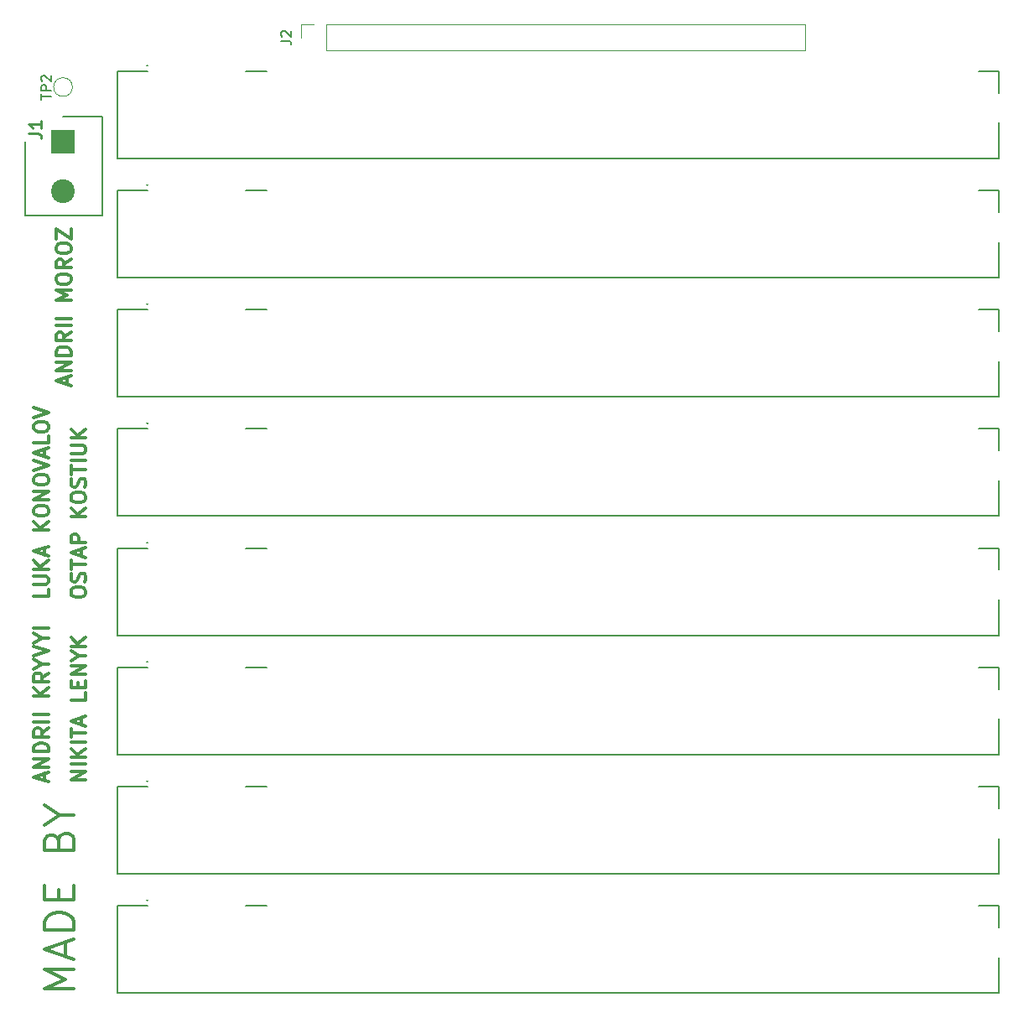
<source format=gbr>
%TF.GenerationSoftware,KiCad,Pcbnew,9.0.5*%
%TF.CreationDate,2025-11-19T18:22:51+02:00*%
%TF.ProjectId,backplane,6261636b-706c-4616-9e65-2e6b69636164,rev?*%
%TF.SameCoordinates,Original*%
%TF.FileFunction,Legend,Top*%
%TF.FilePolarity,Positive*%
%FSLAX46Y46*%
G04 Gerber Fmt 4.6, Leading zero omitted, Abs format (unit mm)*
G04 Created by KiCad (PCBNEW 9.0.5) date 2025-11-19 18:22:51*
%MOMM*%
%LPD*%
G01*
G04 APERTURE LIST*
%ADD10C,0.300000*%
%ADD11C,0.254000*%
%ADD12C,0.150000*%
%ADD13C,0.200000*%
%ADD14C,0.120000*%
%ADD15R,2.400000X2.400000*%
%ADD16C,2.400000*%
G04 APERTURE END LIST*
D10*
X73800828Y-102445489D02*
X72300828Y-102445489D01*
X72300828Y-102445489D02*
X73800828Y-101588346D01*
X73800828Y-101588346D02*
X72300828Y-101588346D01*
X73800828Y-100874060D02*
X72300828Y-100874060D01*
X73800828Y-100159774D02*
X72300828Y-100159774D01*
X73800828Y-99302631D02*
X72943685Y-99945488D01*
X72300828Y-99302631D02*
X73157971Y-100159774D01*
X73800828Y-98659774D02*
X72300828Y-98659774D01*
X72300828Y-98159773D02*
X72300828Y-97302631D01*
X73800828Y-97731202D02*
X72300828Y-97731202D01*
X73372257Y-96874059D02*
X73372257Y-96159774D01*
X73800828Y-97016916D02*
X72300828Y-96516916D01*
X72300828Y-96516916D02*
X73800828Y-96016916D01*
X73800828Y-93659774D02*
X73800828Y-94374060D01*
X73800828Y-94374060D02*
X72300828Y-94374060D01*
X73015114Y-93159774D02*
X73015114Y-92659774D01*
X73800828Y-92445488D02*
X73800828Y-93159774D01*
X73800828Y-93159774D02*
X72300828Y-93159774D01*
X72300828Y-93159774D02*
X72300828Y-92445488D01*
X73800828Y-91802631D02*
X72300828Y-91802631D01*
X72300828Y-91802631D02*
X73800828Y-90945488D01*
X73800828Y-90945488D02*
X72300828Y-90945488D01*
X73086542Y-89945487D02*
X73800828Y-89945487D01*
X72300828Y-90445487D02*
X73086542Y-89945487D01*
X73086542Y-89945487D02*
X72300828Y-89445487D01*
X73800828Y-88945488D02*
X72300828Y-88945488D01*
X73800828Y-88088345D02*
X72943685Y-88731202D01*
X72300828Y-88088345D02*
X73157971Y-88945488D01*
X71872257Y-62516917D02*
X71872257Y-61802632D01*
X72300828Y-62659774D02*
X70800828Y-62159774D01*
X70800828Y-62159774D02*
X72300828Y-61659774D01*
X72300828Y-61159775D02*
X70800828Y-61159775D01*
X70800828Y-61159775D02*
X72300828Y-60302632D01*
X72300828Y-60302632D02*
X70800828Y-60302632D01*
X72300828Y-59588346D02*
X70800828Y-59588346D01*
X70800828Y-59588346D02*
X70800828Y-59231203D01*
X70800828Y-59231203D02*
X70872257Y-59016917D01*
X70872257Y-59016917D02*
X71015114Y-58874060D01*
X71015114Y-58874060D02*
X71157971Y-58802631D01*
X71157971Y-58802631D02*
X71443685Y-58731203D01*
X71443685Y-58731203D02*
X71657971Y-58731203D01*
X71657971Y-58731203D02*
X71943685Y-58802631D01*
X71943685Y-58802631D02*
X72086542Y-58874060D01*
X72086542Y-58874060D02*
X72229400Y-59016917D01*
X72229400Y-59016917D02*
X72300828Y-59231203D01*
X72300828Y-59231203D02*
X72300828Y-59588346D01*
X72300828Y-57231203D02*
X71586542Y-57731203D01*
X72300828Y-58088346D02*
X70800828Y-58088346D01*
X70800828Y-58088346D02*
X70800828Y-57516917D01*
X70800828Y-57516917D02*
X70872257Y-57374060D01*
X70872257Y-57374060D02*
X70943685Y-57302631D01*
X70943685Y-57302631D02*
X71086542Y-57231203D01*
X71086542Y-57231203D02*
X71300828Y-57231203D01*
X71300828Y-57231203D02*
X71443685Y-57302631D01*
X71443685Y-57302631D02*
X71515114Y-57374060D01*
X71515114Y-57374060D02*
X71586542Y-57516917D01*
X71586542Y-57516917D02*
X71586542Y-58088346D01*
X72300828Y-56588346D02*
X70800828Y-56588346D01*
X72300828Y-55874060D02*
X70800828Y-55874060D01*
X72300828Y-54016917D02*
X70800828Y-54016917D01*
X70800828Y-54016917D02*
X71872257Y-53516917D01*
X71872257Y-53516917D02*
X70800828Y-53016917D01*
X70800828Y-53016917D02*
X72300828Y-53016917D01*
X70800828Y-52016916D02*
X70800828Y-51731202D01*
X70800828Y-51731202D02*
X70872257Y-51588345D01*
X70872257Y-51588345D02*
X71015114Y-51445488D01*
X71015114Y-51445488D02*
X71300828Y-51374059D01*
X71300828Y-51374059D02*
X71800828Y-51374059D01*
X71800828Y-51374059D02*
X72086542Y-51445488D01*
X72086542Y-51445488D02*
X72229400Y-51588345D01*
X72229400Y-51588345D02*
X72300828Y-51731202D01*
X72300828Y-51731202D02*
X72300828Y-52016916D01*
X72300828Y-52016916D02*
X72229400Y-52159774D01*
X72229400Y-52159774D02*
X72086542Y-52302631D01*
X72086542Y-52302631D02*
X71800828Y-52374059D01*
X71800828Y-52374059D02*
X71300828Y-52374059D01*
X71300828Y-52374059D02*
X71015114Y-52302631D01*
X71015114Y-52302631D02*
X70872257Y-52159774D01*
X70872257Y-52159774D02*
X70800828Y-52016916D01*
X72300828Y-49874059D02*
X71586542Y-50374059D01*
X72300828Y-50731202D02*
X70800828Y-50731202D01*
X70800828Y-50731202D02*
X70800828Y-50159773D01*
X70800828Y-50159773D02*
X70872257Y-50016916D01*
X70872257Y-50016916D02*
X70943685Y-49945487D01*
X70943685Y-49945487D02*
X71086542Y-49874059D01*
X71086542Y-49874059D02*
X71300828Y-49874059D01*
X71300828Y-49874059D02*
X71443685Y-49945487D01*
X71443685Y-49945487D02*
X71515114Y-50016916D01*
X71515114Y-50016916D02*
X71586542Y-50159773D01*
X71586542Y-50159773D02*
X71586542Y-50731202D01*
X70800828Y-48945487D02*
X70800828Y-48659773D01*
X70800828Y-48659773D02*
X70872257Y-48516916D01*
X70872257Y-48516916D02*
X71015114Y-48374059D01*
X71015114Y-48374059D02*
X71300828Y-48302630D01*
X71300828Y-48302630D02*
X71800828Y-48302630D01*
X71800828Y-48302630D02*
X72086542Y-48374059D01*
X72086542Y-48374059D02*
X72229400Y-48516916D01*
X72229400Y-48516916D02*
X72300828Y-48659773D01*
X72300828Y-48659773D02*
X72300828Y-48945487D01*
X72300828Y-48945487D02*
X72229400Y-49088345D01*
X72229400Y-49088345D02*
X72086542Y-49231202D01*
X72086542Y-49231202D02*
X71800828Y-49302630D01*
X71800828Y-49302630D02*
X71300828Y-49302630D01*
X71300828Y-49302630D02*
X71015114Y-49231202D01*
X71015114Y-49231202D02*
X70872257Y-49088345D01*
X70872257Y-49088345D02*
X70800828Y-48945487D01*
X70800828Y-47802630D02*
X70800828Y-46802630D01*
X70800828Y-46802630D02*
X72300828Y-47802630D01*
X72300828Y-47802630D02*
X72300828Y-46802630D01*
X72617257Y-123571428D02*
X69617257Y-123571428D01*
X69617257Y-123571428D02*
X71760114Y-122571428D01*
X71760114Y-122571428D02*
X69617257Y-121571428D01*
X69617257Y-121571428D02*
X72617257Y-121571428D01*
X71760114Y-120285714D02*
X71760114Y-118857143D01*
X72617257Y-120571428D02*
X69617257Y-119571428D01*
X69617257Y-119571428D02*
X72617257Y-118571428D01*
X72617257Y-117571428D02*
X69617257Y-117571428D01*
X69617257Y-117571428D02*
X69617257Y-116857142D01*
X69617257Y-116857142D02*
X69760114Y-116428571D01*
X69760114Y-116428571D02*
X70045828Y-116142856D01*
X70045828Y-116142856D02*
X70331542Y-115999999D01*
X70331542Y-115999999D02*
X70902971Y-115857142D01*
X70902971Y-115857142D02*
X71331542Y-115857142D01*
X71331542Y-115857142D02*
X71902971Y-115999999D01*
X71902971Y-115999999D02*
X72188685Y-116142856D01*
X72188685Y-116142856D02*
X72474400Y-116428571D01*
X72474400Y-116428571D02*
X72617257Y-116857142D01*
X72617257Y-116857142D02*
X72617257Y-117571428D01*
X71045828Y-114571428D02*
X71045828Y-113571428D01*
X72617257Y-113142856D02*
X72617257Y-114571428D01*
X72617257Y-114571428D02*
X69617257Y-114571428D01*
X69617257Y-114571428D02*
X69617257Y-113142856D01*
X71045828Y-108571428D02*
X71188685Y-108142856D01*
X71188685Y-108142856D02*
X71331542Y-107999999D01*
X71331542Y-107999999D02*
X71617257Y-107857142D01*
X71617257Y-107857142D02*
X72045828Y-107857142D01*
X72045828Y-107857142D02*
X72331542Y-107999999D01*
X72331542Y-107999999D02*
X72474400Y-108142856D01*
X72474400Y-108142856D02*
X72617257Y-108428571D01*
X72617257Y-108428571D02*
X72617257Y-109571428D01*
X72617257Y-109571428D02*
X69617257Y-109571428D01*
X69617257Y-109571428D02*
X69617257Y-108571428D01*
X69617257Y-108571428D02*
X69760114Y-108285714D01*
X69760114Y-108285714D02*
X69902971Y-108142856D01*
X69902971Y-108142856D02*
X70188685Y-107999999D01*
X70188685Y-107999999D02*
X70474400Y-107999999D01*
X70474400Y-107999999D02*
X70760114Y-108142856D01*
X70760114Y-108142856D02*
X70902971Y-108285714D01*
X70902971Y-108285714D02*
X71045828Y-108571428D01*
X71045828Y-108571428D02*
X71045828Y-109571428D01*
X71188685Y-105999999D02*
X72617257Y-105999999D01*
X69617257Y-106999999D02*
X71188685Y-105999999D01*
X71188685Y-105999999D02*
X69617257Y-104999999D01*
X69622257Y-102516917D02*
X69622257Y-101802632D01*
X70050828Y-102659774D02*
X68550828Y-102159774D01*
X68550828Y-102159774D02*
X70050828Y-101659774D01*
X70050828Y-101159775D02*
X68550828Y-101159775D01*
X68550828Y-101159775D02*
X70050828Y-100302632D01*
X70050828Y-100302632D02*
X68550828Y-100302632D01*
X70050828Y-99588346D02*
X68550828Y-99588346D01*
X68550828Y-99588346D02*
X68550828Y-99231203D01*
X68550828Y-99231203D02*
X68622257Y-99016917D01*
X68622257Y-99016917D02*
X68765114Y-98874060D01*
X68765114Y-98874060D02*
X68907971Y-98802631D01*
X68907971Y-98802631D02*
X69193685Y-98731203D01*
X69193685Y-98731203D02*
X69407971Y-98731203D01*
X69407971Y-98731203D02*
X69693685Y-98802631D01*
X69693685Y-98802631D02*
X69836542Y-98874060D01*
X69836542Y-98874060D02*
X69979400Y-99016917D01*
X69979400Y-99016917D02*
X70050828Y-99231203D01*
X70050828Y-99231203D02*
X70050828Y-99588346D01*
X70050828Y-97231203D02*
X69336542Y-97731203D01*
X70050828Y-98088346D02*
X68550828Y-98088346D01*
X68550828Y-98088346D02*
X68550828Y-97516917D01*
X68550828Y-97516917D02*
X68622257Y-97374060D01*
X68622257Y-97374060D02*
X68693685Y-97302631D01*
X68693685Y-97302631D02*
X68836542Y-97231203D01*
X68836542Y-97231203D02*
X69050828Y-97231203D01*
X69050828Y-97231203D02*
X69193685Y-97302631D01*
X69193685Y-97302631D02*
X69265114Y-97374060D01*
X69265114Y-97374060D02*
X69336542Y-97516917D01*
X69336542Y-97516917D02*
X69336542Y-98088346D01*
X70050828Y-96588346D02*
X68550828Y-96588346D01*
X70050828Y-95874060D02*
X68550828Y-95874060D01*
X70050828Y-94016917D02*
X68550828Y-94016917D01*
X70050828Y-93159774D02*
X69193685Y-93802631D01*
X68550828Y-93159774D02*
X69407971Y-94016917D01*
X70050828Y-91659774D02*
X69336542Y-92159774D01*
X70050828Y-92516917D02*
X68550828Y-92516917D01*
X68550828Y-92516917D02*
X68550828Y-91945488D01*
X68550828Y-91945488D02*
X68622257Y-91802631D01*
X68622257Y-91802631D02*
X68693685Y-91731202D01*
X68693685Y-91731202D02*
X68836542Y-91659774D01*
X68836542Y-91659774D02*
X69050828Y-91659774D01*
X69050828Y-91659774D02*
X69193685Y-91731202D01*
X69193685Y-91731202D02*
X69265114Y-91802631D01*
X69265114Y-91802631D02*
X69336542Y-91945488D01*
X69336542Y-91945488D02*
X69336542Y-92516917D01*
X69336542Y-90731202D02*
X70050828Y-90731202D01*
X68550828Y-91231202D02*
X69336542Y-90731202D01*
X69336542Y-90731202D02*
X68550828Y-90231202D01*
X68550828Y-89945488D02*
X70050828Y-89445488D01*
X70050828Y-89445488D02*
X68550828Y-88945488D01*
X69336542Y-88159774D02*
X70050828Y-88159774D01*
X68550828Y-88659774D02*
X69336542Y-88159774D01*
X69336542Y-88159774D02*
X68550828Y-87659774D01*
X70050828Y-87159775D02*
X68550828Y-87159775D01*
X72300828Y-83659774D02*
X72300828Y-83374060D01*
X72300828Y-83374060D02*
X72372257Y-83231203D01*
X72372257Y-83231203D02*
X72515114Y-83088346D01*
X72515114Y-83088346D02*
X72800828Y-83016917D01*
X72800828Y-83016917D02*
X73300828Y-83016917D01*
X73300828Y-83016917D02*
X73586542Y-83088346D01*
X73586542Y-83088346D02*
X73729400Y-83231203D01*
X73729400Y-83231203D02*
X73800828Y-83374060D01*
X73800828Y-83374060D02*
X73800828Y-83659774D01*
X73800828Y-83659774D02*
X73729400Y-83802632D01*
X73729400Y-83802632D02*
X73586542Y-83945489D01*
X73586542Y-83945489D02*
X73300828Y-84016917D01*
X73300828Y-84016917D02*
X72800828Y-84016917D01*
X72800828Y-84016917D02*
X72515114Y-83945489D01*
X72515114Y-83945489D02*
X72372257Y-83802632D01*
X72372257Y-83802632D02*
X72300828Y-83659774D01*
X73729400Y-82445488D02*
X73800828Y-82231203D01*
X73800828Y-82231203D02*
X73800828Y-81874060D01*
X73800828Y-81874060D02*
X73729400Y-81731203D01*
X73729400Y-81731203D02*
X73657971Y-81659774D01*
X73657971Y-81659774D02*
X73515114Y-81588345D01*
X73515114Y-81588345D02*
X73372257Y-81588345D01*
X73372257Y-81588345D02*
X73229400Y-81659774D01*
X73229400Y-81659774D02*
X73157971Y-81731203D01*
X73157971Y-81731203D02*
X73086542Y-81874060D01*
X73086542Y-81874060D02*
X73015114Y-82159774D01*
X73015114Y-82159774D02*
X72943685Y-82302631D01*
X72943685Y-82302631D02*
X72872257Y-82374060D01*
X72872257Y-82374060D02*
X72729400Y-82445488D01*
X72729400Y-82445488D02*
X72586542Y-82445488D01*
X72586542Y-82445488D02*
X72443685Y-82374060D01*
X72443685Y-82374060D02*
X72372257Y-82302631D01*
X72372257Y-82302631D02*
X72300828Y-82159774D01*
X72300828Y-82159774D02*
X72300828Y-81802631D01*
X72300828Y-81802631D02*
X72372257Y-81588345D01*
X72300828Y-81159774D02*
X72300828Y-80302632D01*
X73800828Y-80731203D02*
X72300828Y-80731203D01*
X73372257Y-79874060D02*
X73372257Y-79159775D01*
X73800828Y-80016917D02*
X72300828Y-79516917D01*
X72300828Y-79516917D02*
X73800828Y-79016917D01*
X73800828Y-78516918D02*
X72300828Y-78516918D01*
X72300828Y-78516918D02*
X72300828Y-77945489D01*
X72300828Y-77945489D02*
X72372257Y-77802632D01*
X72372257Y-77802632D02*
X72443685Y-77731203D01*
X72443685Y-77731203D02*
X72586542Y-77659775D01*
X72586542Y-77659775D02*
X72800828Y-77659775D01*
X72800828Y-77659775D02*
X72943685Y-77731203D01*
X72943685Y-77731203D02*
X73015114Y-77802632D01*
X73015114Y-77802632D02*
X73086542Y-77945489D01*
X73086542Y-77945489D02*
X73086542Y-78516918D01*
X73800828Y-75874061D02*
X72300828Y-75874061D01*
X73800828Y-75016918D02*
X72943685Y-75659775D01*
X72300828Y-75016918D02*
X73157971Y-75874061D01*
X72300828Y-74088346D02*
X72300828Y-73802632D01*
X72300828Y-73802632D02*
X72372257Y-73659775D01*
X72372257Y-73659775D02*
X72515114Y-73516918D01*
X72515114Y-73516918D02*
X72800828Y-73445489D01*
X72800828Y-73445489D02*
X73300828Y-73445489D01*
X73300828Y-73445489D02*
X73586542Y-73516918D01*
X73586542Y-73516918D02*
X73729400Y-73659775D01*
X73729400Y-73659775D02*
X73800828Y-73802632D01*
X73800828Y-73802632D02*
X73800828Y-74088346D01*
X73800828Y-74088346D02*
X73729400Y-74231204D01*
X73729400Y-74231204D02*
X73586542Y-74374061D01*
X73586542Y-74374061D02*
X73300828Y-74445489D01*
X73300828Y-74445489D02*
X72800828Y-74445489D01*
X72800828Y-74445489D02*
X72515114Y-74374061D01*
X72515114Y-74374061D02*
X72372257Y-74231204D01*
X72372257Y-74231204D02*
X72300828Y-74088346D01*
X73729400Y-72874060D02*
X73800828Y-72659775D01*
X73800828Y-72659775D02*
X73800828Y-72302632D01*
X73800828Y-72302632D02*
X73729400Y-72159775D01*
X73729400Y-72159775D02*
X73657971Y-72088346D01*
X73657971Y-72088346D02*
X73515114Y-72016917D01*
X73515114Y-72016917D02*
X73372257Y-72016917D01*
X73372257Y-72016917D02*
X73229400Y-72088346D01*
X73229400Y-72088346D02*
X73157971Y-72159775D01*
X73157971Y-72159775D02*
X73086542Y-72302632D01*
X73086542Y-72302632D02*
X73015114Y-72588346D01*
X73015114Y-72588346D02*
X72943685Y-72731203D01*
X72943685Y-72731203D02*
X72872257Y-72802632D01*
X72872257Y-72802632D02*
X72729400Y-72874060D01*
X72729400Y-72874060D02*
X72586542Y-72874060D01*
X72586542Y-72874060D02*
X72443685Y-72802632D01*
X72443685Y-72802632D02*
X72372257Y-72731203D01*
X72372257Y-72731203D02*
X72300828Y-72588346D01*
X72300828Y-72588346D02*
X72300828Y-72231203D01*
X72300828Y-72231203D02*
X72372257Y-72016917D01*
X72300828Y-71588346D02*
X72300828Y-70731204D01*
X73800828Y-71159775D02*
X72300828Y-71159775D01*
X73800828Y-70231204D02*
X72300828Y-70231204D01*
X72300828Y-69516918D02*
X73515114Y-69516918D01*
X73515114Y-69516918D02*
X73657971Y-69445489D01*
X73657971Y-69445489D02*
X73729400Y-69374061D01*
X73729400Y-69374061D02*
X73800828Y-69231203D01*
X73800828Y-69231203D02*
X73800828Y-68945489D01*
X73800828Y-68945489D02*
X73729400Y-68802632D01*
X73729400Y-68802632D02*
X73657971Y-68731203D01*
X73657971Y-68731203D02*
X73515114Y-68659775D01*
X73515114Y-68659775D02*
X72300828Y-68659775D01*
X73800828Y-67945489D02*
X72300828Y-67945489D01*
X73800828Y-67088346D02*
X72943685Y-67731203D01*
X72300828Y-67088346D02*
X73157971Y-67945489D01*
X70050828Y-83231203D02*
X70050828Y-83945489D01*
X70050828Y-83945489D02*
X68550828Y-83945489D01*
X68550828Y-82731203D02*
X69765114Y-82731203D01*
X69765114Y-82731203D02*
X69907971Y-82659774D01*
X69907971Y-82659774D02*
X69979400Y-82588346D01*
X69979400Y-82588346D02*
X70050828Y-82445488D01*
X70050828Y-82445488D02*
X70050828Y-82159774D01*
X70050828Y-82159774D02*
X69979400Y-82016917D01*
X69979400Y-82016917D02*
X69907971Y-81945488D01*
X69907971Y-81945488D02*
X69765114Y-81874060D01*
X69765114Y-81874060D02*
X68550828Y-81874060D01*
X70050828Y-81159774D02*
X68550828Y-81159774D01*
X70050828Y-80302631D02*
X69193685Y-80945488D01*
X68550828Y-80302631D02*
X69407971Y-81159774D01*
X69622257Y-79731202D02*
X69622257Y-79016917D01*
X70050828Y-79874059D02*
X68550828Y-79374059D01*
X68550828Y-79374059D02*
X70050828Y-78874059D01*
X70050828Y-77231203D02*
X68550828Y-77231203D01*
X70050828Y-76374060D02*
X69193685Y-77016917D01*
X68550828Y-76374060D02*
X69407971Y-77231203D01*
X68550828Y-75445488D02*
X68550828Y-75159774D01*
X68550828Y-75159774D02*
X68622257Y-75016917D01*
X68622257Y-75016917D02*
X68765114Y-74874060D01*
X68765114Y-74874060D02*
X69050828Y-74802631D01*
X69050828Y-74802631D02*
X69550828Y-74802631D01*
X69550828Y-74802631D02*
X69836542Y-74874060D01*
X69836542Y-74874060D02*
X69979400Y-75016917D01*
X69979400Y-75016917D02*
X70050828Y-75159774D01*
X70050828Y-75159774D02*
X70050828Y-75445488D01*
X70050828Y-75445488D02*
X69979400Y-75588346D01*
X69979400Y-75588346D02*
X69836542Y-75731203D01*
X69836542Y-75731203D02*
X69550828Y-75802631D01*
X69550828Y-75802631D02*
X69050828Y-75802631D01*
X69050828Y-75802631D02*
X68765114Y-75731203D01*
X68765114Y-75731203D02*
X68622257Y-75588346D01*
X68622257Y-75588346D02*
X68550828Y-75445488D01*
X70050828Y-74159774D02*
X68550828Y-74159774D01*
X68550828Y-74159774D02*
X70050828Y-73302631D01*
X70050828Y-73302631D02*
X68550828Y-73302631D01*
X68550828Y-72302630D02*
X68550828Y-72016916D01*
X68550828Y-72016916D02*
X68622257Y-71874059D01*
X68622257Y-71874059D02*
X68765114Y-71731202D01*
X68765114Y-71731202D02*
X69050828Y-71659773D01*
X69050828Y-71659773D02*
X69550828Y-71659773D01*
X69550828Y-71659773D02*
X69836542Y-71731202D01*
X69836542Y-71731202D02*
X69979400Y-71874059D01*
X69979400Y-71874059D02*
X70050828Y-72016916D01*
X70050828Y-72016916D02*
X70050828Y-72302630D01*
X70050828Y-72302630D02*
X69979400Y-72445488D01*
X69979400Y-72445488D02*
X69836542Y-72588345D01*
X69836542Y-72588345D02*
X69550828Y-72659773D01*
X69550828Y-72659773D02*
X69050828Y-72659773D01*
X69050828Y-72659773D02*
X68765114Y-72588345D01*
X68765114Y-72588345D02*
X68622257Y-72445488D01*
X68622257Y-72445488D02*
X68550828Y-72302630D01*
X68550828Y-71231201D02*
X70050828Y-70731201D01*
X70050828Y-70731201D02*
X68550828Y-70231201D01*
X69622257Y-69802630D02*
X69622257Y-69088345D01*
X70050828Y-69945487D02*
X68550828Y-69445487D01*
X68550828Y-69445487D02*
X70050828Y-68945487D01*
X70050828Y-67731202D02*
X70050828Y-68445488D01*
X70050828Y-68445488D02*
X68550828Y-68445488D01*
X68550828Y-66945487D02*
X68550828Y-66659773D01*
X68550828Y-66659773D02*
X68622257Y-66516916D01*
X68622257Y-66516916D02*
X68765114Y-66374059D01*
X68765114Y-66374059D02*
X69050828Y-66302630D01*
X69050828Y-66302630D02*
X69550828Y-66302630D01*
X69550828Y-66302630D02*
X69836542Y-66374059D01*
X69836542Y-66374059D02*
X69979400Y-66516916D01*
X69979400Y-66516916D02*
X70050828Y-66659773D01*
X70050828Y-66659773D02*
X70050828Y-66945487D01*
X70050828Y-66945487D02*
X69979400Y-67088345D01*
X69979400Y-67088345D02*
X69836542Y-67231202D01*
X69836542Y-67231202D02*
X69550828Y-67302630D01*
X69550828Y-67302630D02*
X69050828Y-67302630D01*
X69050828Y-67302630D02*
X68765114Y-67231202D01*
X68765114Y-67231202D02*
X68622257Y-67088345D01*
X68622257Y-67088345D02*
X68550828Y-66945487D01*
X68550828Y-65874058D02*
X70050828Y-65374058D01*
X70050828Y-65374058D02*
X68550828Y-64874058D01*
D11*
X68054318Y-37173332D02*
X68961461Y-37173332D01*
X68961461Y-37173332D02*
X69142889Y-37233809D01*
X69142889Y-37233809D02*
X69263842Y-37354761D01*
X69263842Y-37354761D02*
X69324318Y-37536190D01*
X69324318Y-37536190D02*
X69324318Y-37657142D01*
X69324318Y-35903332D02*
X69324318Y-36629047D01*
X69324318Y-36266190D02*
X68054318Y-36266190D01*
X68054318Y-36266190D02*
X68235746Y-36387142D01*
X68235746Y-36387142D02*
X68356699Y-36508094D01*
X68356699Y-36508094D02*
X68417175Y-36629047D01*
D12*
X93524819Y-27833333D02*
X94239104Y-27833333D01*
X94239104Y-27833333D02*
X94381961Y-27880952D01*
X94381961Y-27880952D02*
X94477200Y-27976190D01*
X94477200Y-27976190D02*
X94524819Y-28119047D01*
X94524819Y-28119047D02*
X94524819Y-28214285D01*
X93620057Y-27404761D02*
X93572438Y-27357142D01*
X93572438Y-27357142D02*
X93524819Y-27261904D01*
X93524819Y-27261904D02*
X93524819Y-27023809D01*
X93524819Y-27023809D02*
X93572438Y-26928571D01*
X93572438Y-26928571D02*
X93620057Y-26880952D01*
X93620057Y-26880952D02*
X93715295Y-26833333D01*
X93715295Y-26833333D02*
X93810533Y-26833333D01*
X93810533Y-26833333D02*
X93953390Y-26880952D01*
X93953390Y-26880952D02*
X94524819Y-27452380D01*
X94524819Y-27452380D02*
X94524819Y-26833333D01*
X69306819Y-33761904D02*
X69306819Y-33190476D01*
X70306819Y-33476190D02*
X69306819Y-33476190D01*
X70306819Y-32857142D02*
X69306819Y-32857142D01*
X69306819Y-32857142D02*
X69306819Y-32476190D01*
X69306819Y-32476190D02*
X69354438Y-32380952D01*
X69354438Y-32380952D02*
X69402057Y-32333333D01*
X69402057Y-32333333D02*
X69497295Y-32285714D01*
X69497295Y-32285714D02*
X69640152Y-32285714D01*
X69640152Y-32285714D02*
X69735390Y-32333333D01*
X69735390Y-32333333D02*
X69783009Y-32380952D01*
X69783009Y-32380952D02*
X69830628Y-32476190D01*
X69830628Y-32476190D02*
X69830628Y-32857142D01*
X69402057Y-31904761D02*
X69354438Y-31857142D01*
X69354438Y-31857142D02*
X69306819Y-31761904D01*
X69306819Y-31761904D02*
X69306819Y-31523809D01*
X69306819Y-31523809D02*
X69354438Y-31428571D01*
X69354438Y-31428571D02*
X69402057Y-31380952D01*
X69402057Y-31380952D02*
X69497295Y-31333333D01*
X69497295Y-31333333D02*
X69592533Y-31333333D01*
X69592533Y-31333333D02*
X69735390Y-31380952D01*
X69735390Y-31380952D02*
X70306819Y-31952380D01*
X70306819Y-31952380D02*
X70306819Y-31333333D01*
%TO.C,MOD2*%
X77000000Y-42930000D02*
X80036000Y-42930000D01*
X77000000Y-51730000D02*
X77000000Y-42930000D01*
X89964000Y-42930000D02*
X92036000Y-42930000D01*
X163964000Y-42930000D02*
X166000000Y-42930000D01*
X166000000Y-42930000D02*
X166000000Y-45110000D01*
X166000000Y-51730000D02*
X77000000Y-51730000D01*
X166000000Y-51730000D02*
X166000000Y-48150000D01*
X80050000Y-42380000D02*
G75*
G02*
X79950000Y-42380000I-50000J0D01*
G01*
X79950000Y-42380000D02*
G75*
G02*
X80050000Y-42380000I50000J0D01*
G01*
D13*
%TO.C,J1*%
X67700000Y-38000000D02*
X67700000Y-45500000D01*
X67700000Y-45500000D02*
X75500000Y-45500000D01*
X75500000Y-35500000D02*
X71500000Y-35500000D01*
X75500000Y-45500000D02*
X75500000Y-35500000D01*
D12*
%TO.C,MOD6*%
X77000000Y-91090000D02*
X80036000Y-91090000D01*
X77000000Y-99890000D02*
X77000000Y-91090000D01*
X89964000Y-91090000D02*
X92036000Y-91090000D01*
X163964000Y-91090000D02*
X166000000Y-91090000D01*
X166000000Y-91090000D02*
X166000000Y-93270000D01*
X166000000Y-99890000D02*
X77000000Y-99890000D01*
X166000000Y-99890000D02*
X166000000Y-96310000D01*
X80050000Y-90540000D02*
G75*
G02*
X79950000Y-90540000I-50000J0D01*
G01*
X79950000Y-90540000D02*
G75*
G02*
X80050000Y-90540000I50000J0D01*
G01*
%TO.C,MOD7*%
X77000000Y-103130000D02*
X80036000Y-103130000D01*
X77000000Y-111930000D02*
X77000000Y-103130000D01*
X89964000Y-103130000D02*
X92036000Y-103130000D01*
X163964000Y-103130000D02*
X166000000Y-103130000D01*
X166000000Y-103130000D02*
X166000000Y-105310000D01*
X166000000Y-111930000D02*
X77000000Y-111930000D01*
X166000000Y-111930000D02*
X166000000Y-108350000D01*
X80050000Y-102580000D02*
G75*
G02*
X79950000Y-102580000I-50000J0D01*
G01*
X79950000Y-102580000D02*
G75*
G02*
X80050000Y-102580000I50000J0D01*
G01*
%TO.C,MOD5*%
X77000000Y-79050000D02*
X80036000Y-79050000D01*
X77000000Y-87850000D02*
X77000000Y-79050000D01*
X89964000Y-79050000D02*
X92036000Y-79050000D01*
X163964000Y-79050000D02*
X166000000Y-79050000D01*
X166000000Y-79050000D02*
X166000000Y-81230000D01*
X166000000Y-87850000D02*
X77000000Y-87850000D01*
X166000000Y-87850000D02*
X166000000Y-84270000D01*
X80050000Y-78500000D02*
G75*
G02*
X79950000Y-78500000I-50000J0D01*
G01*
X79950000Y-78500000D02*
G75*
G02*
X80050000Y-78500000I50000J0D01*
G01*
%TO.C,MOD4*%
X77000000Y-67010000D02*
X80036000Y-67010000D01*
X77000000Y-75810000D02*
X77000000Y-67010000D01*
X89964000Y-67010000D02*
X92036000Y-67010000D01*
X163964000Y-67010000D02*
X166000000Y-67010000D01*
X166000000Y-67010000D02*
X166000000Y-69190000D01*
X166000000Y-75810000D02*
X77000000Y-75810000D01*
X166000000Y-75810000D02*
X166000000Y-72230000D01*
X80050000Y-66460000D02*
G75*
G02*
X79950000Y-66460000I-50000J0D01*
G01*
X79950000Y-66460000D02*
G75*
G02*
X80050000Y-66460000I50000J0D01*
G01*
%TO.C,MOD8*%
X77000000Y-115170000D02*
X80036000Y-115170000D01*
X77000000Y-123970000D02*
X77000000Y-115170000D01*
X89964000Y-115170000D02*
X92036000Y-115170000D01*
X163964000Y-115170000D02*
X166000000Y-115170000D01*
X166000000Y-115170000D02*
X166000000Y-117350000D01*
X166000000Y-123970000D02*
X77000000Y-123970000D01*
X166000000Y-123970000D02*
X166000000Y-120390000D01*
X80050000Y-114620000D02*
G75*
G02*
X79950000Y-114620000I-50000J0D01*
G01*
X79950000Y-114620000D02*
G75*
G02*
X80050000Y-114620000I50000J0D01*
G01*
%TO.C,MOD3*%
X77000000Y-54970000D02*
X80036000Y-54970000D01*
X77000000Y-63770000D02*
X77000000Y-54970000D01*
X89964000Y-54970000D02*
X92036000Y-54970000D01*
X163964000Y-54970000D02*
X166000000Y-54970000D01*
X166000000Y-54970000D02*
X166000000Y-57150000D01*
X166000000Y-63770000D02*
X77000000Y-63770000D01*
X166000000Y-63770000D02*
X166000000Y-60190000D01*
X80050000Y-54420000D02*
G75*
G02*
X79950000Y-54420000I-50000J0D01*
G01*
X79950000Y-54420000D02*
G75*
G02*
X80050000Y-54420000I50000J0D01*
G01*
D14*
%TO.C,J2*%
X95510000Y-26170000D02*
X96840000Y-26170000D01*
X95510000Y-27500000D02*
X95510000Y-26170000D01*
X98110000Y-26170000D02*
X146430000Y-26170000D01*
X98110000Y-28830000D02*
X98110000Y-26170000D01*
X98110000Y-28830000D02*
X146430000Y-28830000D01*
X146430000Y-28830000D02*
X146430000Y-26170000D01*
D12*
%TO.C,MOD1*%
X77000000Y-30890000D02*
X80036000Y-30890000D01*
X77000000Y-39690000D02*
X77000000Y-30890000D01*
X89964000Y-30890000D02*
X92036000Y-30890000D01*
X163964000Y-30890000D02*
X166000000Y-30890000D01*
X166000000Y-30890000D02*
X166000000Y-33070000D01*
X166000000Y-39690000D02*
X77000000Y-39690000D01*
X166000000Y-39690000D02*
X166000000Y-36110000D01*
X80050000Y-30340000D02*
G75*
G02*
X79950000Y-30340000I-50000J0D01*
G01*
X79950000Y-30340000D02*
G75*
G02*
X80050000Y-30340000I50000J0D01*
G01*
D14*
%TO.C,TP2*%
X72450000Y-32500000D02*
G75*
G02*
X70550000Y-32500000I-950000J0D01*
G01*
X70550000Y-32500000D02*
G75*
G02*
X72450000Y-32500000I950000J0D01*
G01*
%TD*%
D15*
%TO.C,J1*%
X71500000Y-38000000D03*
D16*
X71500000Y-43000000D03*
%TD*%
M02*

</source>
